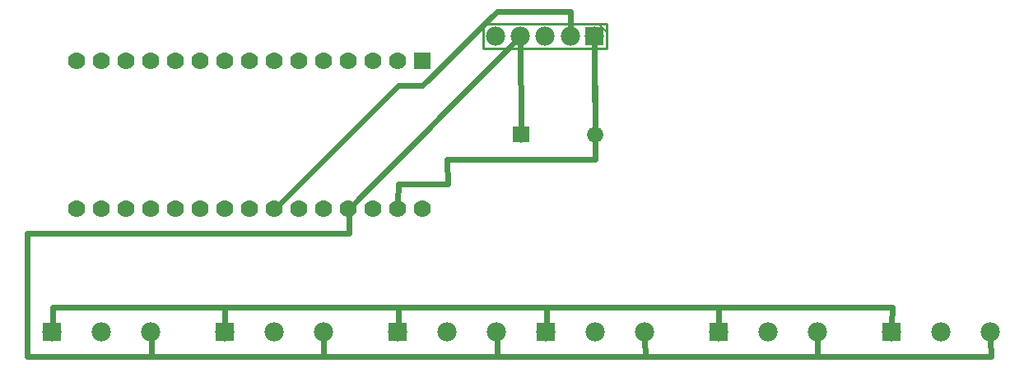
<source format=gbl>
G04 MADE WITH FRITZING*
G04 WWW.FRITZING.ORG*
G04 DOUBLE SIDED*
G04 HOLES PLATED*
G04 CONTOUR ON CENTER OF CONTOUR VECTOR*
%ASAXBY*%
%FSLAX23Y23*%
%MOIN*%
%OFA0B0*%
%SFA1.0B1.0*%
%ADD10C,0.070000*%
%ADD11C,0.078000*%
%ADD12C,0.066000*%
%ADD13C,0.065000*%
%ADD14R,0.070000X0.069972*%
%ADD15R,0.078000X0.078000*%
%ADD16C,0.010000*%
%ADD17C,0.005000*%
%ADD18C,0.024000*%
%ADD19R,0.001000X0.001000*%
%LNCOPPER0*%
G90*
G70*
G54D10*
X1638Y1242D03*
X1538Y1242D03*
X1438Y1242D03*
X1338Y1242D03*
X1238Y1242D03*
X1138Y1242D03*
X1038Y1242D03*
X938Y1242D03*
X838Y1242D03*
X738Y1242D03*
X638Y1242D03*
X538Y1242D03*
X438Y1242D03*
X338Y1242D03*
X238Y1242D03*
X1638Y642D03*
X1538Y642D03*
X1438Y642D03*
X1338Y642D03*
X1238Y642D03*
X1138Y642D03*
X1038Y642D03*
X938Y642D03*
X838Y642D03*
X738Y642D03*
X638Y642D03*
X538Y642D03*
X438Y642D03*
X338Y642D03*
X238Y642D03*
G54D11*
X838Y142D03*
X1038Y142D03*
X1238Y142D03*
X1538Y142D03*
X1738Y142D03*
X1938Y142D03*
X2138Y142D03*
X2338Y142D03*
X2538Y142D03*
X2838Y142D03*
X3038Y142D03*
X3238Y142D03*
X3538Y142D03*
X3738Y142D03*
X3938Y142D03*
X138Y142D03*
X338Y142D03*
X538Y142D03*
X2335Y1342D03*
X2135Y1342D03*
X1935Y1342D03*
X2034Y1342D03*
X2238Y1342D03*
G54D12*
X2338Y942D03*
G54D13*
X2038Y942D03*
G54D12*
X2338Y942D03*
G54D13*
X2038Y942D03*
G54D12*
X2338Y942D03*
G54D13*
X2038Y942D03*
G54D14*
X1638Y1242D03*
G54D15*
X838Y142D03*
X1538Y142D03*
X2138Y142D03*
X2838Y142D03*
X3538Y142D03*
X138Y142D03*
X2335Y1342D03*
G54D16*
X2385Y1392D02*
X1885Y1392D01*
D02*
X1885Y1392D02*
X1885Y1292D01*
D02*
X1885Y1292D02*
X2385Y1292D01*
D02*
X2385Y1292D02*
X2385Y1392D01*
G54D17*
D02*
X2350Y1392D02*
X2385Y1357D01*
G54D18*
D02*
X3238Y42D02*
X3238Y111D01*
D02*
X3939Y42D02*
X3238Y42D01*
D02*
X3938Y111D02*
X3939Y42D01*
D02*
X2539Y42D02*
X2538Y111D01*
D02*
X3238Y42D02*
X2539Y42D01*
D02*
X3238Y111D02*
X3238Y42D01*
D02*
X1939Y42D02*
X1939Y111D01*
D02*
X2539Y42D02*
X1939Y42D01*
D02*
X2538Y111D02*
X2539Y42D01*
D02*
X1238Y42D02*
X1238Y111D01*
D02*
X1939Y42D02*
X1238Y42D01*
D02*
X1939Y111D02*
X1939Y42D01*
D02*
X540Y42D02*
X539Y111D01*
D02*
X1238Y42D02*
X540Y42D01*
D02*
X1238Y111D02*
X1238Y42D01*
D02*
X3539Y242D02*
X3538Y172D01*
D02*
X2838Y242D02*
X3539Y242D01*
D02*
X2838Y172D02*
X2838Y242D01*
D02*
X2139Y242D02*
X2139Y172D01*
D02*
X2838Y242D02*
X2139Y242D01*
D02*
X2838Y172D02*
X2838Y242D01*
D02*
X1539Y242D02*
X1539Y172D01*
D02*
X2139Y242D02*
X1539Y242D01*
D02*
X2139Y172D02*
X2139Y242D01*
D02*
X838Y242D02*
X838Y172D01*
D02*
X1539Y242D02*
X838Y242D01*
D02*
X1539Y172D02*
X1539Y242D01*
D02*
X140Y242D02*
X139Y172D01*
D02*
X838Y242D02*
X140Y242D01*
D02*
X838Y172D02*
X838Y242D01*
D02*
X38Y42D02*
X540Y42D01*
D02*
X540Y42D02*
X539Y111D01*
D02*
X38Y540D02*
X38Y42D01*
D02*
X1340Y540D02*
X38Y540D01*
D02*
X1339Y612D02*
X1340Y540D01*
D02*
X1738Y842D02*
X1739Y740D01*
D02*
X1739Y740D02*
X1539Y740D01*
D02*
X2338Y842D02*
X1738Y842D01*
D02*
X1539Y740D02*
X1538Y671D01*
D02*
X2335Y1312D02*
X2338Y842D01*
D02*
X1637Y1140D02*
X1939Y1442D01*
D02*
X2237Y1442D02*
X2238Y1372D01*
D02*
X1539Y1140D02*
X1637Y1140D01*
D02*
X1939Y1442D02*
X2237Y1442D01*
D02*
X1059Y662D02*
X1539Y1140D01*
D02*
X1359Y662D02*
X2013Y1320D01*
D02*
X2335Y1312D02*
X2338Y973D01*
D02*
X2038Y973D02*
X2034Y1311D01*
G54D19*
X2005Y974D02*
X2069Y974D01*
X2005Y973D02*
X2069Y973D01*
X2005Y972D02*
X2069Y972D01*
X2005Y971D02*
X2069Y971D01*
X2005Y970D02*
X2069Y970D01*
X2005Y969D02*
X2069Y969D01*
X2005Y968D02*
X2069Y968D01*
X2005Y967D02*
X2069Y967D01*
X2005Y966D02*
X2069Y966D01*
X2005Y965D02*
X2069Y965D01*
X2005Y964D02*
X2069Y964D01*
X2005Y963D02*
X2069Y963D01*
X2005Y962D02*
X2069Y962D01*
X2005Y961D02*
X2031Y961D01*
X2044Y961D02*
X2069Y961D01*
X2005Y960D02*
X2028Y960D01*
X2046Y960D02*
X2069Y960D01*
X2005Y959D02*
X2026Y959D01*
X2048Y959D02*
X2069Y959D01*
X2005Y958D02*
X2025Y958D01*
X2050Y958D02*
X2069Y958D01*
X2005Y957D02*
X2024Y957D01*
X2051Y957D02*
X2069Y957D01*
X2005Y956D02*
X2023Y956D01*
X2052Y956D02*
X2069Y956D01*
X2005Y955D02*
X2022Y955D01*
X2053Y955D02*
X2069Y955D01*
X2005Y954D02*
X2021Y954D01*
X2054Y954D02*
X2069Y954D01*
X2005Y953D02*
X2020Y953D01*
X2054Y953D02*
X2069Y953D01*
X2005Y952D02*
X2020Y952D01*
X2055Y952D02*
X2069Y952D01*
X2005Y951D02*
X2019Y951D01*
X2056Y951D02*
X2069Y951D01*
X2005Y950D02*
X2019Y950D01*
X2056Y950D02*
X2069Y950D01*
X2005Y949D02*
X2018Y949D01*
X2056Y949D02*
X2069Y949D01*
X2005Y948D02*
X2018Y948D01*
X2057Y948D02*
X2069Y948D01*
X2005Y947D02*
X2018Y947D01*
X2057Y947D02*
X2069Y947D01*
X2005Y946D02*
X2017Y946D01*
X2057Y946D02*
X2069Y946D01*
X2005Y945D02*
X2017Y945D01*
X2057Y945D02*
X2069Y945D01*
X2005Y944D02*
X2017Y944D01*
X2058Y944D02*
X2069Y944D01*
X2005Y943D02*
X2017Y943D01*
X2058Y943D02*
X2069Y943D01*
X2005Y942D02*
X2017Y942D01*
X2058Y942D02*
X2069Y942D01*
X2005Y941D02*
X2017Y941D01*
X2058Y941D02*
X2069Y941D01*
X2005Y940D02*
X2017Y940D01*
X2058Y940D02*
X2069Y940D01*
X2005Y939D02*
X2017Y939D01*
X2057Y939D02*
X2069Y939D01*
X2005Y938D02*
X2017Y938D01*
X2057Y938D02*
X2069Y938D01*
X2005Y937D02*
X2017Y937D01*
X2057Y937D02*
X2069Y937D01*
X2005Y936D02*
X2018Y936D01*
X2057Y936D02*
X2069Y936D01*
X2005Y935D02*
X2018Y935D01*
X2056Y935D02*
X2069Y935D01*
X2005Y934D02*
X2018Y934D01*
X2056Y934D02*
X2069Y934D01*
X2005Y933D02*
X2019Y933D01*
X2056Y933D02*
X2069Y933D01*
X2005Y932D02*
X2020Y932D01*
X2055Y932D02*
X2069Y932D01*
X2005Y931D02*
X2020Y931D01*
X2054Y931D02*
X2069Y931D01*
X2005Y930D02*
X2021Y930D01*
X2054Y930D02*
X2069Y930D01*
X2005Y929D02*
X2022Y929D01*
X2053Y929D02*
X2069Y929D01*
X2005Y928D02*
X2023Y928D01*
X2052Y928D02*
X2069Y928D01*
X2005Y927D02*
X2024Y927D01*
X2051Y927D02*
X2069Y927D01*
X2005Y926D02*
X2025Y926D01*
X2050Y926D02*
X2069Y926D01*
X2005Y925D02*
X2026Y925D01*
X2048Y925D02*
X2069Y925D01*
X2005Y924D02*
X2028Y924D01*
X2046Y924D02*
X2069Y924D01*
X2005Y923D02*
X2031Y923D01*
X2044Y923D02*
X2069Y923D01*
X2005Y922D02*
X2036Y922D01*
X2038Y922D02*
X2069Y922D01*
X2005Y921D02*
X2069Y921D01*
X2005Y920D02*
X2069Y920D01*
X2005Y919D02*
X2069Y919D01*
X2005Y918D02*
X2069Y918D01*
X2005Y917D02*
X2069Y917D01*
X2005Y916D02*
X2069Y916D01*
X2005Y915D02*
X2069Y915D01*
X2005Y914D02*
X2069Y914D01*
X2005Y913D02*
X2069Y913D01*
X2005Y912D02*
X2069Y912D01*
X2005Y911D02*
X2069Y911D01*
X2005Y910D02*
X2069Y910D01*
D02*
G04 End of Copper0*
M02*
</source>
